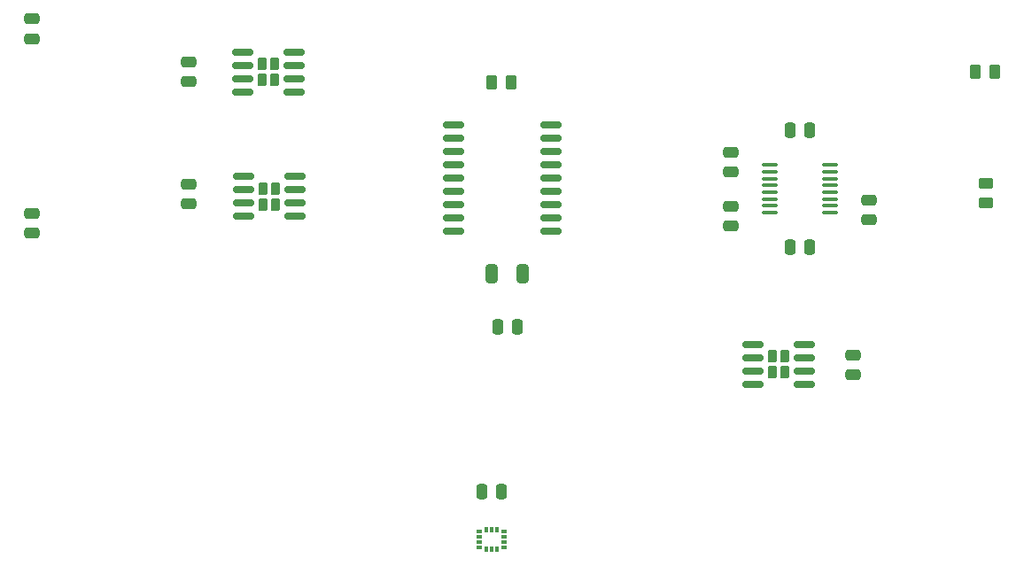
<source format=gbp>
%TF.GenerationSoftware,KiCad,Pcbnew,(6.0.7-1)-1*%
%TF.CreationDate,2022-11-19T18:21:17-08:00*%
%TF.ProjectId,telemetry-pcb,74656c65-6d65-4747-9279-2d7063622e6b,rev?*%
%TF.SameCoordinates,Original*%
%TF.FileFunction,Paste,Bot*%
%TF.FilePolarity,Positive*%
%FSLAX46Y46*%
G04 Gerber Fmt 4.6, Leading zero omitted, Abs format (unit mm)*
G04 Created by KiCad (PCBNEW (6.0.7-1)-1) date 2022-11-19 18:21:17*
%MOMM*%
%LPD*%
G01*
G04 APERTURE LIST*
G04 Aperture macros list*
%AMRoundRect*
0 Rectangle with rounded corners*
0 $1 Rounding radius*
0 $2 $3 $4 $5 $6 $7 $8 $9 X,Y pos of 4 corners*
0 Add a 4 corners polygon primitive as box body*
4,1,4,$2,$3,$4,$5,$6,$7,$8,$9,$2,$3,0*
0 Add four circle primitives for the rounded corners*
1,1,$1+$1,$2,$3*
1,1,$1+$1,$4,$5*
1,1,$1+$1,$6,$7*
1,1,$1+$1,$8,$9*
0 Add four rect primitives between the rounded corners*
20,1,$1+$1,$2,$3,$4,$5,0*
20,1,$1+$1,$4,$5,$6,$7,0*
20,1,$1+$1,$6,$7,$8,$9,0*
20,1,$1+$1,$8,$9,$2,$3,0*%
G04 Aperture macros list end*
%ADD10RoundRect,0.250000X0.475000X-0.250000X0.475000X0.250000X-0.475000X0.250000X-0.475000X-0.250000X0*%
%ADD11RoundRect,0.250000X-0.475000X0.250000X-0.475000X-0.250000X0.475000X-0.250000X0.475000X0.250000X0*%
%ADD12RoundRect,0.250000X-0.250000X-0.475000X0.250000X-0.475000X0.250000X0.475000X-0.250000X0.475000X0*%
%ADD13RoundRect,0.250000X0.250000X0.475000X-0.250000X0.475000X-0.250000X-0.475000X0.250000X-0.475000X0*%
%ADD14RoundRect,0.249999X0.325001X0.650001X-0.325001X0.650001X-0.325001X-0.650001X0.325001X-0.650001X0*%
%ADD15RoundRect,0.100000X-0.637500X-0.100000X0.637500X-0.100000X0.637500X0.100000X-0.637500X0.100000X0*%
%ADD16RoundRect,0.230000X-0.230000X-0.375000X0.230000X-0.375000X0.230000X0.375000X-0.230000X0.375000X0*%
%ADD17RoundRect,0.150000X-0.825000X-0.150000X0.825000X-0.150000X0.825000X0.150000X-0.825000X0.150000X0*%
%ADD18RoundRect,0.150000X-0.875000X-0.150000X0.875000X-0.150000X0.875000X0.150000X-0.875000X0.150000X0*%
%ADD19RoundRect,0.230000X0.230000X0.375000X-0.230000X0.375000X-0.230000X-0.375000X0.230000X-0.375000X0*%
%ADD20RoundRect,0.150000X0.825000X0.150000X-0.825000X0.150000X-0.825000X-0.150000X0.825000X-0.150000X0*%
%ADD21R,0.576580X0.351536*%
%ADD22R,0.351536X0.576580*%
%ADD23RoundRect,0.249999X0.262501X0.450001X-0.262501X0.450001X-0.262501X-0.450001X0.262501X-0.450001X0*%
%ADD24RoundRect,0.249999X-0.262501X-0.450001X0.262501X-0.450001X0.262501X0.450001X-0.262501X0.450001X0*%
%ADD25RoundRect,0.249999X-0.450001X0.262501X-0.450001X-0.262501X0.450001X-0.262501X0.450001X0.262501X0*%
G04 APERTURE END LIST*
D10*
X160807400Y-91503500D03*
X160807400Y-89603500D03*
D11*
X160807400Y-84457500D03*
X160807400Y-86357500D03*
D12*
X166461400Y-82359500D03*
X168361400Y-82359500D03*
D11*
X174015400Y-89029500D03*
X174015400Y-90929500D03*
D13*
X168361400Y-93535500D03*
X166461400Y-93535500D03*
D10*
X94005400Y-92199500D03*
X94005400Y-90299500D03*
X94005400Y-73591500D03*
X94005400Y-71691500D03*
D11*
X108991400Y-87505500D03*
X108991400Y-89405500D03*
X108991400Y-75821500D03*
X108991400Y-77721500D03*
D12*
X138521400Y-101155500D03*
X140421400Y-101155500D03*
D14*
X140897400Y-96075500D03*
X137947400Y-96075500D03*
D12*
X136997400Y-116903500D03*
X138897400Y-116903500D03*
D11*
X172491400Y-103827500D03*
X172491400Y-105727500D03*
D15*
X164548900Y-90222500D03*
X164548900Y-89572500D03*
X164548900Y-88922500D03*
X164548900Y-88272500D03*
X164548900Y-87622500D03*
X164548900Y-86972500D03*
X164548900Y-86322500D03*
X164548900Y-85672500D03*
X170273900Y-85672500D03*
X170273900Y-86322500D03*
X170273900Y-86972500D03*
X170273900Y-87622500D03*
X170273900Y-88272500D03*
X170273900Y-88922500D03*
X170273900Y-89572500D03*
X170273900Y-90222500D03*
D16*
X116103400Y-87947500D03*
X117243400Y-87947500D03*
X116103400Y-89447500D03*
X117243400Y-89447500D03*
D17*
X114198400Y-90602500D03*
X114198400Y-89332500D03*
X114198400Y-88062500D03*
X114198400Y-86792500D03*
X119148400Y-86792500D03*
X119148400Y-88062500D03*
X119148400Y-89332500D03*
X119148400Y-90602500D03*
D16*
X117181400Y-77521500D03*
X116041400Y-77521500D03*
X116041400Y-76021500D03*
X117181400Y-76021500D03*
D17*
X114136400Y-78676500D03*
X114136400Y-77406500D03*
X114136400Y-76136500D03*
X114136400Y-74866500D03*
X119086400Y-74866500D03*
X119086400Y-76136500D03*
X119086400Y-77406500D03*
X119086400Y-78676500D03*
D18*
X134313400Y-92011500D03*
X134313400Y-90741500D03*
X134313400Y-89471500D03*
X134313400Y-88201500D03*
X134313400Y-86931500D03*
X134313400Y-85661500D03*
X134313400Y-84391500D03*
X134313400Y-83121500D03*
X134313400Y-81851500D03*
X143613400Y-81851500D03*
X143613400Y-83121500D03*
X143613400Y-84391500D03*
X143613400Y-85661500D03*
X143613400Y-86931500D03*
X143613400Y-88201500D03*
X143613400Y-89471500D03*
X143613400Y-90741500D03*
X143613400Y-92011500D03*
D19*
X165949400Y-105461500D03*
X165949400Y-103961500D03*
X164809400Y-105461500D03*
X164809400Y-103961500D03*
D20*
X167854400Y-102806500D03*
X167854400Y-104076500D03*
X167854400Y-105346500D03*
X167854400Y-106616500D03*
X162904400Y-106616500D03*
X162904400Y-105346500D03*
X162904400Y-104076500D03*
X162904400Y-102806500D03*
D21*
X136737100Y-122225501D03*
X136737100Y-121725500D03*
X136737100Y-121225500D03*
X136737100Y-120725499D03*
D22*
X137447401Y-120519200D03*
X137947400Y-120519200D03*
X138447399Y-120519200D03*
D21*
X139157700Y-120725499D03*
X139157700Y-121225500D03*
X139157700Y-121725500D03*
X139157700Y-122225501D03*
D22*
X138447399Y-122431800D03*
X137947400Y-122431800D03*
X137447401Y-122431800D03*
D23*
X139772400Y-77787500D03*
X137947400Y-77787500D03*
D24*
X184175400Y-76771500D03*
X186000400Y-76771500D03*
D25*
X185191400Y-87439500D03*
X185191400Y-89264500D03*
M02*

</source>
